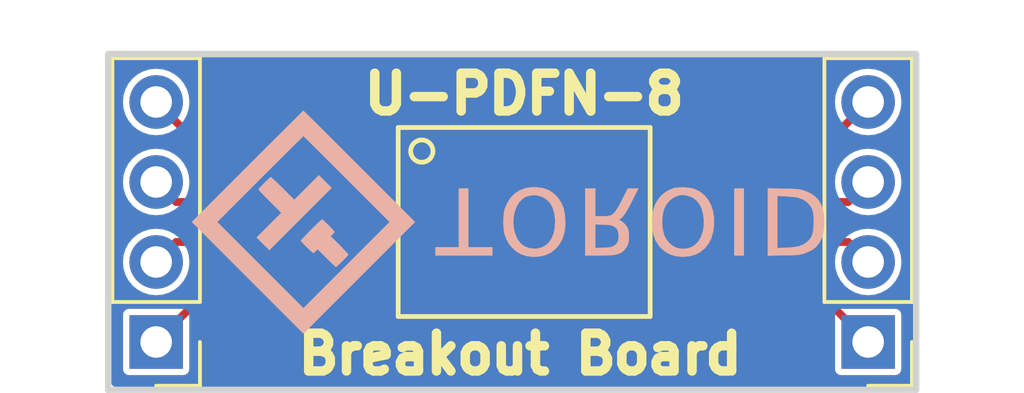
<source format=kicad_pcb>
(kicad_pcb (version 20221018) (generator pcbnew)
  (layers (0 "F.Cu" signal) (31 "B.Cu" signal) (34 "B.Paste" user) (35 "F.Paste" user) (36 "B.SilkS" user "B.Silkscreen") (37 "F.SilkS" user "F.Silkscreen") (38 "B.Mask" user) (39 "F.Mask" user) (44 "Edge.Cuts" user))
  (net 0 "")
  (net 1 "Net-(J1-Pad4)")
  (net 2 "Net-(J1-Pad3)")
  (net 3 "Net-(J1-Pad2)")
  (net 4 "Net-(J1-Pad1)")
  (net 5 "Net-(J2-Pad1)")
  (net 6 "Net-(J2-Pad2)")
  (net 7 "Net-(J2-Pad3)")
  (net 8 "Net-(J2-Pad4)")
  (footprint "Pin_Headers:Pin_Header_Straight_1x04_Pitch2.54mm" (layer "F.Cu") (at 134.366 98.044 180)
    (fp_text reference "J1" hide)
    (fp_text value "CONN_01X04")
    (fp_line (start -1.39 -1.39) (end 0 -1.39) (stroke (width 0.12)) (layer "F.SilkS"))
    (fp_line (start -1.39 0) (end -1.39 -1.39) (stroke (width 0.12)) (layer "F.SilkS"))
    (fp_line (start -1.39 1.27) (end -1.39 9.01) (stroke (width 0.12)) (layer "F.SilkS"))
    (fp_line (start -1.39 9.01) (end 1.39 9.01) (stroke (width 0.12)) (layer "F.SilkS"))
    (fp_line (start 1.39 1.27) (end -1.39 1.27) (stroke (width 0.12)) (layer "F.SilkS"))
    (fp_line (start 1.39 9.01) (end 1.39 1.27) (stroke (width 0.12)) (layer "F.SilkS"))
    (pad "1" thru_hole rect (at 0 0 180) (size 1.7 1.7) (drill 1) (layers "*.Cu" "*.Mask") (net 4 "Net-(J1-Pad1)"))
    (pad "2" thru_hole oval (at 0 2.54 180) (size 1.7 1.7) (drill 1) (layers "*.Cu" "*.Mask") (net 3 "Net-(J1-Pad2)"))
    (pad "3" thru_hole oval (at 0 5.08 180) (size 1.7 1.7) (drill 1) (layers "*.Cu" "*.Mask") (net 2 "Net-(J1-Pad3)"))
    (pad "4" thru_hole oval (at 0 7.62 180) (size 1.7 1.7) (drill 1) (layers "*.Cu" "*.Mask") (net 1 "Net-(J1-Pad4)"))
  )
  (footprint "Pin_Headers:Pin_Header_Straight_1x04_Pitch2.54mm" (layer "F.Cu") (at 156.972 98.044 180)
    (fp_text reference "J2" hide)
    (fp_text value "CONN_01X04")
    (fp_line (start -1.39 -1.39) (end 0 -1.39) (stroke (width 0.12)) (layer "F.SilkS"))
    (fp_line (start -1.39 0) (end -1.39 -1.39) (stroke (width 0.12)) (layer "F.SilkS"))
    (fp_line (start -1.39 1.27) (end -1.39 9.01) (stroke (width 0.12)) (layer "F.SilkS"))
    (fp_line (start -1.39 9.01) (end 1.39 9.01) (stroke (width 0.12)) (layer "F.SilkS"))
    (fp_line (start 1.39 1.27) (end -1.39 1.27) (stroke (width 0.12)) (layer "F.SilkS"))
    (fp_line (start 1.39 9.01) (end 1.39 1.27) (stroke (width 0.12)) (layer "F.SilkS"))
    (pad "1" thru_hole rect (at 0 0 180) (size 1.7 1.7) (drill 1) (layers "*.Cu" "*.Mask") (net 5 "Net-(J2-Pad1)"))
    (pad "2" thru_hole oval (at 0 2.54 180) (size 1.7 1.7) (drill 1) (layers "*.Cu" "*.Mask") (net 6 "Net-(J2-Pad2)"))
    (pad "3" thru_hole oval (at 0 5.08 180) (size 1.7 1.7) (drill 1) (layers "*.Cu" "*.Mask") (net 7 "Net-(J2-Pad3)"))
    (pad "4" thru_hole oval (at 0 7.62 180) (size 1.7 1.7) (drill 1) (layers "*.Cu" "*.Mask") (net 8 "Net-(J2-Pad4)"))
  )
  (footprint "toroid-kicad:U-PDFN-8" (layer "F.Cu") (at 146.05 94.234)
    (fp_text reference "U1" hide)
    (fp_text value "MT29F4G01ADAGDWB")
    (fp_line (start -4 -3) (end 4 -3) (stroke (width 0.15)) (layer "F.SilkS"))
    (fp_line (start -4 3) (end -4 -3) (stroke (width 0.15)) (layer "F.SilkS"))
    (fp_line (start 4 -3) (end 4 3) (stroke (width 0.15)) (layer "F.SilkS"))
    (fp_line (start 4 3) (end -4 3) (stroke (width 0.15)) (layer "F.SilkS"))
    (fp_circle (center -3.25 -2.25) (end -3 -2) (stroke (width 0.15)) (fill none) (layer "F.SilkS"))
    (pad "1" smd roundrect (at -3.8735 -1.905) (size 0.9 0.45) (layers "F.Cu" "F.Paste" "F.Mask") (net 1 "Net-(J1-Pad4)"))
    (pad "2" smd roundrect (at -3.8735 -0.635) (size 0.9 0.45) (layers "F.Cu" "F.Paste" "F.Mask") (net 2 "Net-(J1-Pad3)"))
    (pad "3" smd roundrect (at -3.8735 0.635) (size 0.9 0.45) (layers "F.Cu" "F.Paste" "F.Mask") (net 3 "Net-(J1-Pad2)"))
    (pad "4" smd roundrect (at -3.8735 1.905) (size 0.9 0.45) (layers "F.Cu" "F.Paste" "F.Mask") (net 4 "Net-(J1-Pad1)"))
    (pad "5" smd roundrect (at 3.8265 1.905) (size 0.9 0.45) (layers "F.Cu" "F.Paste" "F.Mask") (net 5 "Net-(J2-Pad1)"))
    (pad "6" smd roundrect (at 3.8265 0.635) (size 0.9 0.45) (layers "F.Cu" "F.Paste" "F.Mask") (net 6 "Net-(J2-Pad2)"))
    (pad "7" smd roundrect (at 3.8265 -0.635) (size 0.9 0.45) (layers "F.Cu" "F.Paste" "F.Mask") (net 7 "Net-(J2-Pad3)"))
    (pad "8" smd roundrect (at 3.8265 -1.905) (size 0.9 0.45) (layers "F.Cu" "F.Paste" "F.Mask") (net 8 "Net-(J2-Pad4)"))
  )
  (footprint "toroid-kicad:Logo_and_Name_20mm_FSilk" (layer "B.Cu") (at 145.542 94.234)
    (fp_text reference "G***" hide)
    (fp_text value "TOROID" hide)
    (fp_poly (pts (xy 7.48357 -1.063349) (xy 7.182623 -1.063349) (xy 7.182623 1.063349) (xy 7.48357 1.063349) (xy 7.48357 -1.063349)) (stroke (width 0.01)) (fill solid) (layer "B.SilkS"))
    (fp_poly (pts (xy -0.50158 0.802528) (xy -1.263981 0.802528) (xy -1.263981 -1.063349) (xy -1.564929 -1.063349) (xy -1.564929 0.802528) (xy -2.307267 0.802528) (xy -2.307267 1.063349) (xy -0.50158 1.063349) (xy -0.50158 0.802528)) (stroke (width 0.01)) (fill solid) (layer "B.SilkS"))
    (fp_poly (pts (xy -6.595672 -0.095453) (xy -5.60781 -1.083316) (xy -6.009241 -1.484747) (xy -6.790999 -0.702217) (xy -7.15253 -1.063352) (xy -7.251536 -1.161485) (xy -7.34178 -1.24948) (xy -7.419249 -1.32354) (xy -7.47993 -1.379868) (xy -7.519807 -1.414669) (xy -7.534323 -1.424487) (xy -7.555953 -1.410858) (xy -7.598276 -1.374359) (xy -7.654733 -1.321569) (xy -7.718763 -1.259069) (xy -7.783806 -1.193439) (xy -7.843301 -1.131258) (xy -7.890687 -1.079108) (xy -7.919406 -1.043569) (xy -7.92496 -1.032668) (xy -7.911312 -1.013627) (xy -7.872902 -0.970412) (xy -7.813532 -0.90703) (xy -7.737005 -0.827489) (xy -7.647124 -0.735796) (xy -7.56381 -0.652041) (xy -7.20266 -0.291309) (xy -7.594002 0.1004) (xy -7.985343 0.492109) (xy -7.583535 0.892409) (xy -6.595672 -0.095453)) (stroke (width 0.01)) (fill solid) (layer "B.SilkS"))
    (fp_poly (pts (xy -5.445042 1.410871) (xy -5.402789 1.374407) (xy -5.346377 1.32167) (xy -5.282367 1.259236) (xy -5.217321 1.193678) (xy -5.157801 1.131573) (xy -5.11037 1.079495) (xy -5.081589 1.044019) (xy -5.075987 1.033128) (xy -5.089553 1.013589) (xy -5.127376 0.970485) (xy -5.18515 0.908428) (xy -5.258566 0.832032) (xy -5.343316 0.745911) (xy -5.357388 0.731789) (xy -5.638788 0.449886) (xy -5.578083 0.391726) (xy -5.540152 0.350593) (xy -5.518975 0.318322) (xy -5.517377 0.311845) (xy -5.531001 0.289852) (xy -5.567488 0.247174) (xy -5.620264 0.19039) (xy -5.682753 0.12608) (xy -5.748381 0.060824) (xy -5.810573 0.001201) (xy -5.862753 -0.046211) (xy -5.898348 -0.074831) (xy -5.909215 -0.080253) (xy -5.928506 -0.066627) (xy -5.971713 -0.028421) (xy -6.03459 0.030362) (xy -6.112894 0.105715) (xy -6.202379 0.193633) (xy -6.254928 0.245995) (xy -6.347935 0.339976) (xy -6.430597 0.425123) (xy -6.498914 0.497181) (xy -6.548884 0.551895) (xy -6.576508 0.585011) (xy -6.580727 0.592482) (xy -6.567068 0.614303) (xy -6.530486 0.656754) (xy -6.477573 0.71328) (xy -6.414922 0.777328) (xy -6.349125 0.842341) (xy -6.286774 0.901767) (xy -6.234461 0.94905) (xy -6.198779 0.977637) (xy -6.187855 0.983096) (xy -6.161956 0.969717) (xy -6.1226 0.936269) (xy -6.108747 0.922391) (xy -6.050588 0.861685) (xy -5.768684 1.143086) (xy -5.681404 1.229238) (xy -5.603061 1.304729) (xy -5.538281 1.36525) (xy -5.491694 1.40649) (xy -5.467925 1.42414) (xy -5.466572 1.424486) (xy -5.445042 1.410871)) (stroke (width 0.01)) (fill solid) (layer "B.SilkS"))
    (fp_poly (pts (xy -4.729926 1.770577) (xy -2.959378 0.000028) (xy -4.724867 -1.765547) (xy -4.946323 -1.986934) (xy -5.159919 -2.200307) (xy -5.36394 -2.403963) (xy -5.556674 -2.596196) (xy -5.736405 -2.775303) (xy -5.90142 -2.939579) (xy -6.050004 -3.08732) (xy -6.180445 -3.216822) (xy -6.291028 -3.326381) (xy -6.38004 -3.414292) (xy -6.445765 -3.478851) (xy -6.486491 -3.518354) (xy -6.500474 -3.531122) (xy -6.515654 -3.51721) (xy -6.557475 -3.476609) (xy -6.624223 -3.411025) (xy -6.714184 -3.322161) (xy -6.825644 -3.211722) (xy -6.95689 -3.081412) (xy -7.106206 -2.932934) (xy -7.27188 -2.767995) (xy -7.452198 -2.588296) (xy -7.645444 -2.395544) (xy -7.849907 -2.191442) (xy -8.063871 -1.977694) (xy -8.276081 -1.765547) (xy -10.041569 0.000028) (xy -10.041561 0.000037) (xy -9.239026 0.000037) (xy -7.874821 -1.364279) (xy -7.680558 -1.558454) (xy -7.494348 -1.744379) (xy -7.318145 -1.920115) (xy -7.153901 -2.083722) (xy -7.003571 -2.233261) (xy -6.869108 -2.366792) (xy -6.752465 -2.482377) (xy -6.655597 -2.578076) (xy -6.580456 -2.651949) (xy -6.528998 -2.702058) (xy -6.503174 -2.726462) (xy -6.500474 -2.728594) (xy -6.485156 -2.714718) (xy -6.443442 -2.674383) (xy -6.377286 -2.609529) (xy -6.288643 -2.522095) (xy -6.179464 -2.414019) (xy -6.051705 -2.287242) (xy -5.907318 -2.143703) (xy -5.748257 -1.985341) (xy -5.576476 -1.814095) (xy -5.393929 -1.631905) (xy -5.202568 -1.440711) (xy -5.126127 -1.364279) (xy -3.761922 0.000037) (xy -6.500474 2.738589) (xy -9.239026 0.000037) (xy -10.041561 0.000037) (xy -8.271022 1.770577) (xy -6.500474 3.541124) (xy -4.729926 1.770577)) (stroke (width 0.01)) (fill solid) (layer "B.SilkS"))
    (fp_poly (pts (xy 8.742536 1.058853) (xy 8.898653 1.055947) (xy 9.020911 1.052879) (xy 9.115577 1.049073) (xy 9.188917 1.043955) (xy 9.247196 1.036948) (xy 9.296681 1.027476) (xy 9.343637 1.014965) (xy 9.393753 0.99903) (xy 9.54189 0.942569) (xy 9.659207 0.879964) (xy 9.755007 0.805655) (xy 9.807024 0.752012) (xy 9.895062 0.633951) (xy 9.959546 0.50376) (xy 10.002415 0.35503) (xy 10.025607 0.181355) (xy 10.031299 0.010832) (xy 10.019813 -0.21511) (xy 9.984906 -0.409717) (xy 9.925015 -0.575306) (xy 9.838574 -0.714193) (xy 9.72402 -0.828696) (xy 9.579789 -0.92113) (xy 9.404315 -0.993813) (xy 9.339416 -1.013822) (xy 9.288285 -1.025839) (xy 9.224522 -1.035453) (xy 9.142633 -1.043063) (xy 9.037125 -1.049068) (xy 8.902502 -1.053866) (xy 8.733272 -1.057856) (xy 8.732504 -1.057871) (xy 8.245972 -1.067465) (xy 8.245972 -0.828568) (xy 8.54692 -0.828568) (xy 8.82345 -0.814881) (xy 8.934862 -0.807782) (xy 9.04115 -0.798193) (xy 9.131166 -0.7873) (xy 9.193764 -0.77629) (xy 9.199635 -0.774826) (xy 9.346574 -0.722447) (xy 9.465821 -0.648467) (xy 9.546553 -0.571045) (xy 9.603153 -0.49925) (xy 9.644522 -0.426054) (xy 9.67276 -0.343505) (xy 9.689962 -0.243652) (xy 9.698225 -0.118544) (xy 9.699798 0.010031) (xy 9.695216 0.174044) (xy 9.68061 0.30575) (xy 9.653218 0.412305) (xy 9.610277 0.500867) (xy 9.549026 0.578591) (xy 9.466701 0.652635) (xy 9.445362 0.669237) (xy 9.361612 0.721368) (xy 9.261002 0.760923) (xy 9.137628 0.789329) (xy 8.985585 0.808011) (xy 8.83282 0.817176) (xy 8.54692 0.828484) (xy 8.54692 -0.828568) (xy 8.245972 -0.828568) (xy 8.245972 1.067409) (xy 8.742536 1.058853)) (stroke (width 0.01)) (fill solid) (layer "B.SilkS"))
    (fp_poly (pts (xy 3.054758 1.061947) (xy 3.200356 1.057199) (xy 3.317386 1.048291) (xy 3.411587 1.034409) (xy 3.488697 1.014737) (xy 3.554457 0.988462) (xy 3.607125 0.95946) (xy 3.685665 0.893161) (xy 3.755406 0.802568) (xy 3.804907 0.703427) (xy 3.81401 0.674708) (xy 3.829676 0.582595) (xy 3.835599 0.470998) (xy 3.831744 0.358326) (xy 3.818082 0.262989) (xy 3.814753 0.249725) (xy 3.777643 0.16679) (xy 3.716139 0.08098) (xy 3.642072 0.006674) (xy 3.579729 -0.035863) (xy 3.51207 -0.070574) (xy 3.567682 -0.107951) (xy 3.616688 -0.149135) (xy 3.669722 -0.210821) (xy 3.72901 -0.296457) (xy 3.796779 -0.409489) (xy 3.875253 -0.553365) (xy 3.953544 -0.70547) (xy 4.134143 -1.063349) (xy 3.797176 -1.063349) (xy 3.635527 -0.737322) (xy 3.551693 -0.574202) (xy 3.478441 -0.445405) (xy 3.413206 -0.347343) (xy 3.353421 -0.276428) (xy 3.296521 -0.229072) (xy 3.257115 -0.208053) (xy 3.196917 -0.193278) (xy 3.103196 -0.183908) (xy 2.982272 -0.18057) (xy 2.980028 -0.180569) (xy 2.76872 -0.180569) (xy 2.76872 -1.063349) (xy 2.447709 -1.063349) (xy 2.447709 0.076127) (xy 2.76872 0.076127) (xy 3.014495 0.083227) (xy 3.127191 0.087704) (xy 3.208805 0.094452) (xy 3.268367 0.104821) (xy 3.314911 0.120162) (xy 3.339384 0.131809) (xy 3.416588 0.181678) (xy 3.466507 0.240625) (xy 3.494709 0.318473) (xy 3.506762 0.425049) (xy 3.506868 0.427361) (xy 3.50335 0.545573) (xy 3.478234 0.635572) (xy 3.427931 0.705) (xy 3.350502 0.760583) (xy 3.307785 0.781785) (xy 3.262572 0.796544) (xy 3.205489 0.806482) (xy 3.12716 0.813225) (xy 3.018211 0.818397) (xy 3.016439 0.818465) (xy 2.76872 0.828008) (xy 2.76872 0.076127) (xy 2.447709 0.076127) (xy 2.447709 1.063349) (xy 2.874853 1.063349) (xy 3.054758 1.061947)) (stroke (width 0.01)) (fill solid) (layer "B.SilkS"))
    (fp_poly (pts (xy 5.75236 1.087147) (xy 5.934943 1.037844) (xy 6.096453 0.955091) (xy 6.238122 0.838411) (xy 6.240996 0.835489) (xy 6.35857 0.689499) (xy 6.445808 0.521669) (xy 6.503698 0.329521) (xy 6.533225 0.110582) (xy 6.533887 0.100316) (xy 6.532884 -0.131832) (xy 6.500901 -0.344878) (xy 6.439108 -0.536638) (xy 6.348671 -0.704928) (xy 6.23076 -0.847562) (xy 6.086541 -0.962358) (xy 5.921033 -1.045657) (xy 5.823799 -1.072217) (xy 5.700956 -1.090003) (xy 5.56617 -1.098454) (xy 5.433108 -1.097012) (xy 5.315436 -1.085116) (xy 5.258216 -1.072814) (xy 5.087675 -1.004679) (xy 4.932862 -0.901764) (xy 4.838101 -0.811882) (xy 4.73124 -0.67372) (xy 4.652675 -0.521751) (xy 4.600609 -0.350577) (xy 4.573244 -0.154798) (xy 4.567823 0) (xy 4.571028 0.061138) (xy 4.887269 0.061138) (xy 4.892174 -0.134791) (xy 4.923278 -0.321587) (xy 4.955698 -0.426993) (xy 5.024814 -0.560417) (xy 5.122541 -0.676735) (xy 5.2412 -0.768979) (xy 5.373112 -0.830179) (xy 5.411734 -0.840888) (xy 5.494055 -0.856231) (xy 5.567459 -0.858226) (xy 5.650387 -0.846493) (xy 5.703037 -0.834926) (xy 5.846845 -0.78177) (xy 5.968432 -0.69599) (xy 6.066874 -0.578969) (xy 6.141248 -0.432091) (xy 6.190631 -0.256739) (xy 6.213269 -0.070221) (xy 6.210651 0.131311) (xy 6.17992 0.315036) (xy 6.122605 0.477546) (xy 6.040236 0.615428) (xy 5.934342 0.725271) (xy 5.825357 0.794843) (xy 5.693423 0.839003) (xy 5.548332 0.853148) (xy 5.403818 0.837042) (xy 5.301295 0.803755) (xy 5.195583 0.739425) (xy 5.095431 0.646671) (xy 5.011311 0.536896) (xy 4.956036 0.427896) (xy 4.908558 0.253074) (xy 4.887269 0.061138) (xy 4.571028 0.061138) (xy 4.579266 0.218257) (xy 4.614659 0.408025) (xy 4.675599 0.57414) (xy 4.763682 0.721436) (xy 4.834557 0.807538) (xy 4.973289 0.932738) (xy 5.128552 1.022949) (xy 5.302894 1.079227) (xy 5.498866 1.102631) (xy 5.547472 1.103475) (xy 5.75236 1.087147)) (stroke (width 0.01)) (fill solid) (layer "B.SilkS"))
    (fp_poly (pts (xy 1.032243 1.088552) (xy 1.207962 1.042859) (xy 1.363202 0.96501) (xy 1.501386 0.853622) (xy 1.534486 0.819489) (xy 1.643679 0.68097) (xy 1.724142 0.529933) (xy 1.777806 0.360698) (xy 1.806599 0.167587) (xy 1.813038 0) (xy 1.801986 -0.215238) (xy 1.767543 -0.40225) (xy 1.707779 -0.566715) (xy 1.620762 -0.714313) (xy 1.534486 -0.819489) (xy 1.401895 -0.938615) (xy 1.254101 -1.024186) (xy 1.087153 -1.077772) (xy 0.897097 -1.100946) (xy 0.823391 -1.102155) (xy 0.727196 -1.097881) (xy 0.630695 -1.087808) (xy 0.552692 -1.073982) (xy 0.543805 -1.071725) (xy 0.367357 -1.004498) (xy 0.213056 -0.904312) (xy 0.082157 -0.772465) (xy -0.024088 -0.610255) (xy -0.104426 -0.418981) (xy -0.113149 -0.391232) (xy -0.133315 -0.294854) (xy -0.146101 -0.171378) (xy -0.151507 -0.032982) (xy -0.15081 0.016928) (xy 0.162425 0.016928) (xy 0.172552 -0.15917) (xy 0.206476 -0.327702) (xy 0.26332 -0.481978) (xy 0.342204 -0.61531) (xy 0.442251 -0.721006) (xy 0.447593 -0.725287) (xy 0.500795 -0.765909) (xy 0.541325 -0.794219) (xy 0.558555 -0.803413) (xy 0.583932 -0.809071) (xy 0.634437 -0.822585) (xy 0.672117 -0.833257) (xy 0.807561 -0.853185) (xy 0.950899 -0.840515) (xy 1.088492 -0.796507) (xy 1.093265 -0.794308) (xy 1.226742 -0.710911) (xy 1.33336 -0.597916) (xy 1.412923 -0.455713) (xy 1.465237 -0.284691) (xy 1.490105 -0.085239) (xy 1.492322 0) (xy 1.478819 0.202555) (xy 1.438746 0.381211) (xy 1.373627 0.534003) (xy 1.284989 0.658968) (xy 1.174357 0.75414) (xy 1.043258 0.817556) (xy 0.893216 0.847251) (xy 0.832623 0.849294) (xy 0.670175 0.831329) (xy 0.529899 0.779956) (xy 0.411341 0.694906) (xy 0.314046 0.575908) (xy 0.283612 0.523722) (xy 0.217077 0.365063) (xy 0.176974 0.193902) (xy 0.162425 0.016928) (xy -0.15081 0.016928) (xy -0.149534 0.108159) (xy -0.14018 0.239868) (xy -0.123447 0.34997) (xy -0.113159 0.390375) (xy -0.050208 0.557905) (xy 0.030792 0.699489) (xy 0.132768 0.82335) (xy 0.269419 0.942828) (xy 0.420525 1.028095) (xy 0.590243 1.080813) (xy 0.782727 1.102646) (xy 0.832623 1.103475) (xy 1.032243 1.088552)) (stroke (width 0.01)) (fill solid) (layer "B.SilkS"))
  )
  (gr_line (start 132.842 88.9) (end 158.496 88.9) (stroke (width 0.2)) (layer "Edge.Cuts"))
  (gr_line (start 158.496 88.9) (end 158.496 99.568) (stroke (width 0.2)) (layer "Edge.Cuts"))
  (gr_line (start 158.496 99.568) (end 132.842 99.568) (stroke (width 0.2)) (layer "Edge.Cuts"))
  (gr_line (start 132.842 99.568) (end 132.842 88.9) (stroke (width 0.2)) (layer "Edge.Cuts"))
  (gr_text "Breakout Board" (at 145.923 98.425) (layer "F.SilkS") (effects (font (size 1.2 1.2) (thickness 0.3))))
  (gr_text "U-PDFN-8" (at 146.05 90.17) (layer "F.SilkS") (effects (font (size 1.2 1.2) (thickness 0.3))))
  (segment (start 142.1765 92.329) (end 136.271 92.329) (width 0.25) (layer "F.Cu") (net 1))
  (segment (start 136.271 92.329) (end 134.366 90.424) (width 0.25) (layer "F.Cu") (net 1))
  (segment (start 142.1765 93.599) (end 135.001 93.599) (width 0.25) (layer "F.Cu") (net 2))
  (segment (start 135.001 93.599) (end 134.366 92.964) (width 0.25) (layer "F.Cu") (net 2))
  (segment (start 142.1765 94.869) (end 135.001 94.869) (width 0.25) (layer "F.Cu") (net 3))
  (segment (start 135.001 94.869) (end 134.366 95.504) (width 0.25) (layer "F.Cu") (net 3))
  (segment (start 136.271 96.139) (end 134.366 98.044) (width 0.25) (layer "F.Cu") (net 4))
  (segment (start 142.1765 96.139) (end 136.271 96.139) (width 0.25) (layer "F.Cu") (net 4))
  (segment (start 155.067 96.139) (end 156.972 98.044) (width 0.25) (layer "F.Cu") (net 5))
  (segment (start 149.8765 96.139) (end 155.067 96.139) (width 0.25) (layer "F.Cu") (net 5))
  (segment (start 156.337 94.869) (end 156.972 95.504) (width 0.25) (layer "F.Cu") (net 6))
  (segment (start 149.8765 94.869) (end 156.337 94.869) (width 0.25) (layer "F.Cu") (net 6))
  (segment (start 149.8765 93.599) (end 156.337 93.599) (width 0.25) (layer "F.Cu") (net 7))
  (segment (start 156.337 93.599) (end 156.972 92.964) (width 0.25) (layer "F.Cu") (net 7))
  (segment (start 155.067 92.329) (end 156.972 90.424) (width 0.25) (layer "F.Cu") (net 8))
  (segment (start 149.8765 92.329) (end 155.067 92.329) (width 0.25) (layer "F.Cu") (net 8))
  (zone (net 0) (net_name "") (layer "B.Cu") (connect_pads (clearance 0.1)) (min_thickness 0.254) (fill yes (thermal_gap 0.508) (thermal_bridge_width 0.508))
    (polygon (pts (xy 132.842 88.9) (xy 158.496 88.9) (xy 158.496 99.568) (xy 132.842 99.568)))
  )
)
</source>
